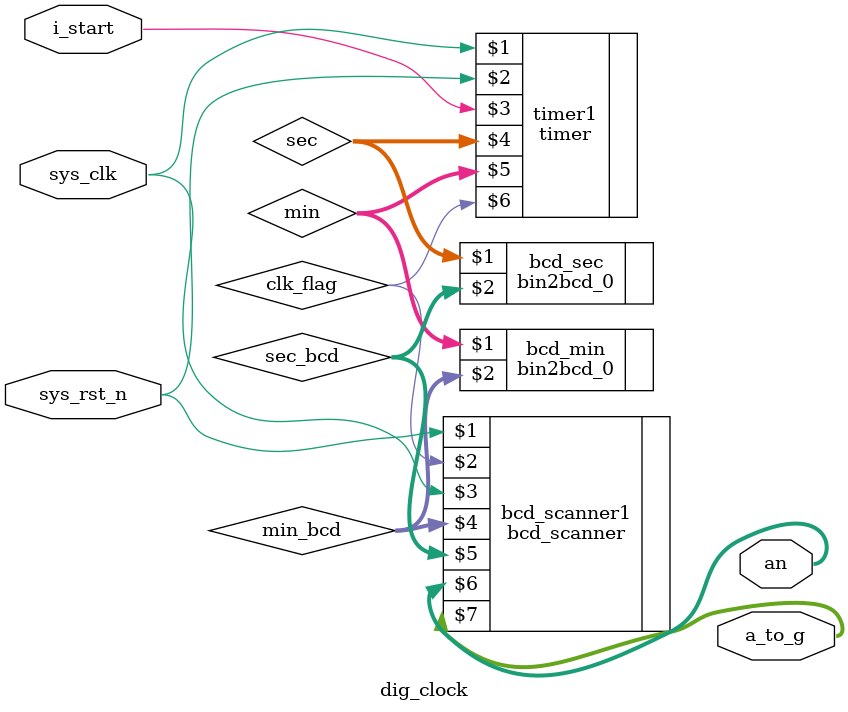
<source format=sv>
`timescale 1ns / 1ps

module dig_clock(
    input                   sys_clk,
    input                   sys_rst_n,
    input                   i_start,
    output logic [3 : 0]    an,
    output logic [7 : 0]    a_to_g
    );
    
    logic [7:0]sec,min,sec_bcd,min_bcd;
    logic clk_flag;
    timer timer1(sys_clk, sys_rst_n, i_start, sec, min, clk_flag);
    bin2bcd_0 bcd_sec(sec, sec_bcd);
    bin2bcd_0 bcd_min(min, min_bcd);
    
    bcd_scanner bcd_scanner1(sys_rst_n, clk_flag, sys_clk, min_bcd, sec_bcd, an, a_to_g);
    
endmodule
</source>
